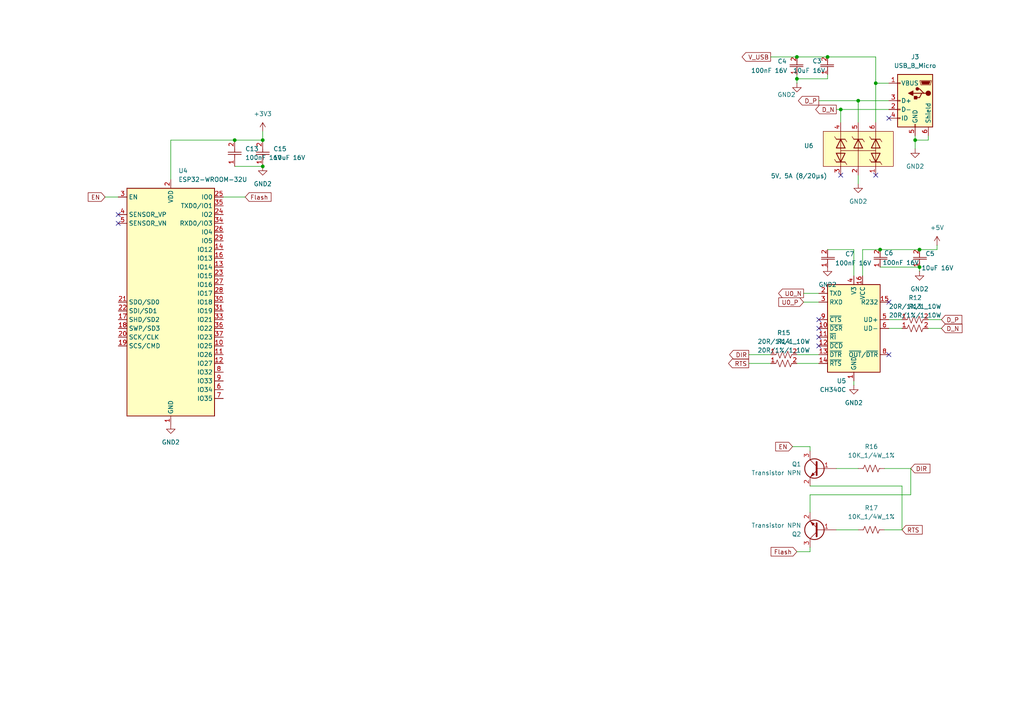
<source format=kicad_sch>
(kicad_sch (version 20231120) (generator "eeschema") (generator_version "8.0")
  (paper "A4")
  (lib_symbols
    (symbol "Ceramic_Cap_SMD_100nF_16V_1"
      (property "Reference" "C" (at -1.524 0.762 0))
      (property "Value" "100nF 16V" (at 0.254 5.334 0))
      (symbol "Ceramic_Cap_SMD_100nF_16V_1_1_1"
        (polyline (pts (xy -1.27 -2.032) (xy -0.3302 -2.032)) (stroke (width 0.2032)))
        (polyline (pts (xy -0.3302 -3.937) (xy -0.3302 -0.127)) (stroke (width 0.2032)))
        (polyline (pts (xy 0.3048 -3.937) (xy 0.3048 -0.127)) (stroke (width 0.2032)))
        (polyline (pts (xy 0.3048 -2.032) (xy 1.27 -2.032)) (stroke (width 0.2032)))
        (pin unspecified line (at -3.81 -2.032 0) (length 2.54) (name "") (number "1"))
        (pin unspecified line (at 3.81 -2.032 180) (length 2.54) (name "") (number "2"))
      )
    )
    (symbol "Ceramic_Cap_SMD_10uF_16V_1"
      (property "Reference" "C" (at -1.524 0.762 0))
      (property "Value" "10uF 16V" (at 0.254 5.334 0))
      (symbol "Ceramic_Cap_SMD_10uF_16V_1_1_1"
        (polyline (pts (xy -1.27 -2.032) (xy -0.3302 -2.032)) (stroke (width 0.2032)))
        (polyline (pts (xy -0.3302 -3.937) (xy -0.3302 -0.127)) (stroke (width 0.2032)))
        (polyline (pts (xy 0.3048 -3.937) (xy 0.3048 -0.127)) (stroke (width 0.2032)))
        (polyline (pts (xy 0.3048 -2.032) (xy 1.27 -2.032)) (stroke (width 0.2032)))
        (pin unspecified line (at -3.81 -2.032 0) (length 2.54) (name "") (number "1"))
        (pin unspecified line (at 3.81 -2.032 180) (length 2.54) (name "") (number "2"))
      )
    )
    (symbol "charge_battery_sym_lib:CH340C"
      (property "Reference" "U" (at -5.08 13.97 0))
      (property "Value" "CH340C" (at 1.27 13.97 0))
      (symbol "CH340C_0_1"
        (rectangle (start -7.62 12.7) (end 7.62 -12.7) (stroke (width 0.254)) (fill (type background)))
      )
      (symbol "CH340C_1_1"
        (pin power_in line (at 0 -15.24 90) (length 2.54) (name "GND") (number "1"))
        (pin input line (at 10.16 0 180) (length 2.54) (name "~{DSR}") (number "10"))
        (pin input line (at 10.16 -2.54 180) (length 2.54) (name "~{RI}") (number "11"))
        (pin input line (at 10.16 -5.08 180) (length 2.54) (name "~{DCD}") (number "12"))
        (pin output line (at 10.16 -7.62 180) (length 2.54) (name "~{DTR}") (number "13"))
        (pin output line (at 10.16 -10.16 180) (length 2.54) (name "~{RTS}") (number "14"))
        (pin input line (at -10.16 7.62 0) (length 2.54) (name "R232") (number "15"))
        (pin power_in line (at -2.54 15.24 270) (length 2.54) (name "VCC") (number "16"))
        (pin output line (at 10.16 10.16 180) (length 2.54) (name "TXD") (number "2"))
        (pin input line (at 10.16 7.62 180) (length 2.54) (name "RXD") (number "3"))
        (pin power_out line (at 0 15.24 270) (length 2.54) (name "V3") (number "4"))
        (pin bidirectional line (at -10.16 2.54 0) (length 2.54) (name "UD+") (number "5"))
        (pin bidirectional line (at -10.16 0 0) (length 2.54) (name "UD-") (number "6"))
        (pin no_connect line (at -7.62 -5.08 0) (length 2.54) hide (name "NC") (number "7"))
        (pin output line (at -10.16 -7.62 0) (length 2.54) (name "~{OUT}/~{DTR}") (number "8"))
        (pin input line (at 10.16 2.54 180) (length 2.54) (name "~{CTS}") (number "9"))
      )
    )
    (symbol "charge_battery_sym_lib:Ceramic_Cap_SMD_100nF_16V"
      (property "Reference" "C4" (at 1.2701 -5.08 90))
      (property "Value" "100nF 16V" (at -1.2699 -5.08 90))
      (symbol "Ceramic_Cap_SMD_100nF_16V_1_1"
        (polyline (pts (xy -1.27 0) (xy -0.3302 0)) (stroke (width 0.2032)))
        (polyline (pts (xy -0.254 -2.032) (xy -0.254 1.778)) (stroke (width 0.2032)))
        (polyline (pts (xy 0.254 -2.032) (xy 0.254 1.778)) (stroke (width 0.2032)))
        (polyline (pts (xy 0.254 0) (xy 1.2192 0)) (stroke (width 0.2032)))
        (pin unspecified line (at -2.54 0 0) (length 1.27) (name "") (number "1"))
        (pin unspecified line (at 2.54 0 180) (length 1.27) (name "") (number "2"))
      )
    )
    (symbol "charge_battery_sym_lib:Ceramic_Cap_SMD_10uF_16V"
      (property "Reference" "C3" (at 1.2701 -5.08 90))
      (property "Value" "10uF 16V" (at -1.2699 -5.08 90))
      (symbol "Ceramic_Cap_SMD_10uF_16V_1_1"
        (polyline (pts (xy -1.27 0) (xy -0.3302 0)) (stroke (width 0.2032)))
        (polyline (pts (xy -0.254 -2.032) (xy -0.254 1.778)) (stroke (width 0.2032)))
        (polyline (pts (xy 0.254 -2.032) (xy 0.254 1.778)) (stroke (width 0.2032)))
        (polyline (pts (xy 0.254 0) (xy 1.2192 0)) (stroke (width 0.2032)))
        (pin unspecified line (at -2.54 0 0) (length 1.27) (name "") (number "1"))
        (pin unspecified line (at 2.54 0 180) (length 1.27) (name "") (number "2"))
      )
    )
    (symbol "charge_battery_sym_lib:ESP32-WROOM-32U"
      (property "Reference" "U" (at -12.7 34.29 0))
      (property "Value" "ESP32-WROOM-32U" (at 1.27 34.29 0))
      (symbol "ESP32-WROOM-32U_0_1"
        (rectangle (start -12.7 33.02) (end 12.7 -33.02) (stroke (width 0.254)) (fill (type background)))
      )
      (symbol "ESP32-WROOM-32U_1_1"
        (pin power_in line (at 0 -35.56 90) (length 2.54) (name "GND") (number "1"))
        (pin bidirectional line (at 15.24 -12.7 180) (length 2.54) (name "IO25") (number "10"))
        (pin bidirectional line (at 15.24 -15.24 180) (length 2.54) (name "IO26") (number "11"))
        (pin bidirectional line (at 15.24 -17.78 180) (length 2.54) (name "IO27") (number "12"))
        (pin bidirectional line (at 15.24 10.16 180) (length 2.54) (name "IO14") (number "13"))
        (pin bidirectional line (at 15.24 15.24 180) (length 2.54) (name "IO12") (number "14"))
        (pin passive line (at 0 -35.56 90) (length 2.54) hide (name "GND") (number "15"))
        (pin bidirectional line (at 15.24 12.7 180) (length 2.54) (name "IO13") (number "16"))
        (pin bidirectional line (at -15.24 -5.08 0) (length 2.54) (name "SHD/SD2") (number "17"))
        (pin bidirectional line (at -15.24 -7.62 0) (length 2.54) (name "SWP/SD3") (number "18"))
        (pin bidirectional line (at -15.24 -12.7 0) (length 2.54) (name "SCS/CMD") (number "19"))
        (pin power_in line (at 0 35.56 270) (length 2.54) (name "VDD") (number "2"))
        (pin bidirectional line (at -15.24 -10.16 0) (length 2.54) (name "SCK/CLK") (number "20"))
        (pin bidirectional line (at -15.24 0 0) (length 2.54) (name "SDO/SD0") (number "21"))
        (pin bidirectional line (at -15.24 -2.54 0) (length 2.54) (name "SDI/SD1") (number "22"))
        (pin bidirectional line (at 15.24 7.62 180) (length 2.54) (name "IO15") (number "23"))
        (pin bidirectional line (at 15.24 25.4 180) (length 2.54) (name "IO2") (number "24"))
        (pin bidirectional line (at 15.24 30.48 180) (length 2.54) (name "IO0") (number "25"))
        (pin bidirectional line (at 15.24 20.32 180) (length 2.54) (name "IO4") (number "26"))
        (pin bidirectional line (at 15.24 5.08 180) (length 2.54) (name "IO16") (number "27"))
        (pin bidirectional line (at 15.24 2.54 180) (length 2.54) (name "IO17") (number "28"))
        (pin bidirectional line (at 15.24 17.78 180) (length 2.54) (name "IO5") (number "29"))
        (pin input line (at -15.24 30.48 0) (length 2.54) (name "EN") (number "3"))
        (pin bidirectional line (at 15.24 0 180) (length 2.54) (name "IO18") (number "30"))
        (pin bidirectional line (at 15.24 -2.54 180) (length 2.54) (name "IO19") (number "31"))
        (pin no_connect line (at -12.7 -27.94 0) (length 2.54) hide (name "NC") (number "32"))
        (pin bidirectional line (at 15.24 -5.08 180) (length 2.54) (name "IO21") (number "33"))
        (pin bidirectional line (at 15.24 22.86 180) (length 2.54) (name "RXD0/IO3") (number "34"))
        (pin bidirectional line (at 15.24 27.94 180) (length 2.54) (name "TXD0/IO1") (number "35"))
        (pin bidirectional line (at 15.24 -7.62 180) (length 2.54) (name "IO22") (number "36"))
        (pin bidirectional line (at 15.24 -10.16 180) (length 2.54) (name "IO23") (number "37"))
        (pin passive line (at 0 -35.56 90) (length 2.54) hide (name "GND") (number "38"))
        (pin passive line (at 0 -35.56 90) (length 2.54) hide (name "GND") (number "39"))
        (pin input line (at -15.24 25.4 0) (length 2.54) (name "SENSOR_VP") (number "4"))
        (pin input line (at -15.24 22.86 0) (length 2.54) (name "SENSOR_VN") (number "5"))
        (pin input line (at 15.24 -25.4 180) (length 2.54) (name "IO34") (number "6"))
        (pin input line (at 15.24 -27.94 180) (length 2.54) (name "IO35") (number "7"))
        (pin bidirectional line (at 15.24 -20.32 180) (length 2.54) (name "IO32") (number "8"))
        (pin bidirectional line (at 15.24 -22.86 180) (length 2.54) (name "IO33") (number "9"))
      )
    )
    (symbol "charge_battery_sym_lib:Res_20R_0603_1%"
      (property "Reference" "R" (at -0.508 2.286 0))
      (property "Value" "20R/1%/1_10W" (at 0 -3.81 0))
      (symbol "Res_20R_0603_1%_0_1"
        (polyline (pts (xy -2.286 -1.27) (xy -2.54 -1.27)))
        (polyline (pts (xy 2.286 -1.27) (xy 2.54 -1.27)))
        (polyline (pts (xy -2.286 -1.27) (xy -1.905 -0.254) (xy -1.524 -1.27) (xy -1.143 -2.286) (xy -0.762 -1.27)))
        (polyline (pts (xy -0.762 -1.27) (xy -0.381 -0.254) (xy 0 -1.27) (xy 0.381 -2.286) (xy 0.762 -1.27)))
        (polyline (pts (xy 0.762 -1.27) (xy 1.143 -0.254) (xy 1.524 -1.27) (xy 1.905 -2.286) (xy 2.286 -1.27)))
      )
      (symbol "Res_20R_0603_1%_1_1"
        (pin passive line (at -3.81 -1.27 0) (length 1.27) (name "~") (number "1"))
        (pin passive line (at 3.81 -1.27 180) (length 1.27) (name "~") (number "2"))
      )
    )
    (symbol "charge_battery_sym_lib:Res_hole_10K_1/4W_1%" (pin_numbers hide) (pin_names (offset 0))
      (property "Reference" "R" (at 1.016 1.016 0))
      (property "Value" "10K_1/4W_1%" (at 1.27 -3.81 0))
      (symbol "Res_hole_10K_1/4W_1%_0_1"
        (polyline (pts (xy -1.016 -1.27) (xy -1.27 -1.27)))
        (polyline (pts (xy 3.556 -1.27) (xy 3.81 -1.27)))
        (polyline (pts (xy -1.016 -1.27) (xy -0.635 -0.254) (xy -0.254 -1.27) (xy 0.127 -2.286) (xy 0.508 -1.27)))
        (polyline (pts (xy 0.508 -1.27) (xy 0.889 -0.254) (xy 1.27 -1.27) (xy 1.651 -2.286) (xy 2.032 -1.27)))
        (polyline (pts (xy 2.032 -1.27) (xy 2.413 -0.254) (xy 2.794 -1.27) (xy 3.175 -2.286) (xy 3.556 -1.27)))
      )
      (symbol "Res_hole_10K_1/4W_1%_1_1"
        (pin passive line (at -2.54 -1.27 0) (length 1.27) (name "~") (number "1"))
        (pin passive line (at 5.08 -1.27 180) (length 1.27) (name "~") (number "2"))
      )
    )
    (symbol "charge_battery_sym_lib:SMF05C"
      (property "Reference" "U6" (at 20.574 5.9691 0))
      (property "Value" "  5V, 5A (8/20µs)" (at 20.32 -6.4769 0))
      (symbol "SMF05C_0_0"
        (polyline (pts (xy 2.54 1.27) (xy 2.54 3.81)))
        (polyline (pts (xy 2.54 7.874) (xy 2.54 5.334)))
        (polyline (pts (xy 7.62 7.874) (xy 7.62 5.334)))
        (polyline (pts (xy 12.7 1.27) (xy 12.7 3.81)))
      )
      (symbol "SMF05C_0_1"
        (polyline (pts (xy 1.27 1.27) (xy 0.762 0.508)))
        (polyline (pts (xy 1.27 7.874) (xy 0.762 7.112)))
        (polyline (pts (xy 2.54 1.524) (xy 2.54 0)))
        (polyline (pts (xy 2.54 4.572) (xy 12.7 4.572)))
        (polyline (pts (xy 2.54 7.874) (xy 2.54 10.16)))
        (polyline (pts (xy 3.81 1.27) (xy 4.318 2.032)))
        (polyline (pts (xy 3.81 7.874) (xy 4.318 8.636)))
        (polyline (pts (xy 6.35 7.874) (xy 5.842 7.112)))
        (polyline (pts (xy 7.62 4.572) (xy 7.62 0)))
        (polyline (pts (xy 7.62 5.588) (xy 7.62 4.572)))
        (polyline (pts (xy 7.62 7.874) (xy 7.62 10.16)))
        (polyline (pts (xy 8.89 7.874) (xy 9.398 8.636)))
        (polyline (pts (xy 11.43 1.27) (xy 10.922 0.508)))
        (polyline (pts (xy 11.43 7.874) (xy 10.922 7.112)))
        (polyline (pts (xy 12.7 1.524) (xy 12.7 -0.254)))
        (polyline (pts (xy 12.7 10.16) (xy 12.7 3.302)))
        (polyline (pts (xy 13.97 1.27) (xy 14.478 2.032)))
        (polyline (pts (xy 13.97 7.874) (xy 14.478 8.636)))
        (polyline (pts (xy 2.54 5.334) (xy 2.54 3.302) (xy 2.54 3.81)))
        (polyline (pts (xy 1.27 5.334) (xy 2.54 7.874) (xy 3.81 5.334) (xy 1.27 5.334) (xy 1.27 5.334) (xy 1.27 5.334)) (stroke (width 0.254)))
        (polyline (pts (xy 3.81 3.81) (xy 2.54 1.27) (xy 1.27 3.81) (xy 3.81 3.81) (xy 3.81 3.81) (xy 3.81 3.81)) (stroke (width 0.254)))
        (polyline (pts (xy 6.35 5.334) (xy 7.62 7.874) (xy 8.89 5.334) (xy 6.35 5.334) (xy 6.35 5.334) (xy 6.35 5.334)) (stroke (width 0.254)))
        (polyline (pts (xy 11.43 5.334) (xy 12.7 7.874) (xy 13.97 5.334) (xy 11.43 5.334) (xy 11.43 5.334) (xy 11.43 5.334)) (stroke (width 0.254)))
        (polyline (pts (xy 13.97 3.81) (xy 12.7 1.27) (xy 11.43 3.81) (xy 13.97 3.81) (xy 13.97 3.81) (xy 13.97 3.81)) (stroke (width 0.254)))
      )
      (symbol "SMF05C_1_0"
        (polyline (pts (xy 1.27 7.874) (xy 3.81 7.874)) (stroke (width 0.254)))
        (polyline (pts (xy 3.81 1.27) (xy 1.27 1.27)) (stroke (width 0.254)))
        (polyline (pts (xy 6.35 7.874) (xy 8.89 7.874)) (stroke (width 0.254)))
        (polyline (pts (xy 11.43 7.874) (xy 13.97 7.874)) (stroke (width 0.254)))
        (polyline (pts (xy 13.97 1.27) (xy 11.43 1.27)) (stroke (width 0.254)))
      )
      (symbol "SMF05C_1_1"
        (rectangle (start -2.54 10.16) (end 17.78 0) (fill (type background)))
        (pin passive line (at 2.54 -2.54 90) (length 2.54) (name "") (number "1"))
        (pin passive line (at 7.62 -2.54 90) (length 2.54) (name "") (number "2"))
        (pin passive line (at 12.7 -2.54 90) (length 2.54) (name "") (number "3"))
        (pin passive line (at 12.7 12.7 270) (length 2.54) (name "") (number "4"))
        (pin passive line (at 7.62 12.7 270) (length 2.54) (name "") (number "5"))
        (pin passive line (at 2.54 12.7 270) (length 2.54) (name "") (number "6"))
      )
    )
    (symbol "charge_battery_sym_lib:Transistor_NPN_MMBT2222A" (pin_names (offset 0) hide)
      (property "Reference" "Q" (at 5.08 1.905 0))
      (property "Value" "Transistor NPN" (at 5.08 0 0))
      (symbol "Transistor_NPN_MMBT2222A_0_1"
        (polyline (pts (xy 0.635 0.635) (xy 2.54 2.54)))
        (polyline (pts (xy 0.635 -0.635) (xy 2.54 -2.54) (xy 2.54 -2.54)))
        (polyline (pts (xy 0.635 1.905) (xy 0.635 -1.905) (xy 0.635 -1.905)) (stroke (width 0.508)))
        (polyline (pts (xy 1.27 -1.778) (xy 1.778 -1.27) (xy 2.286 -2.286) (xy 1.27 -1.778) (xy 1.27 -1.778)) (fill (type outline)))
        (circle (center 1.27 0) (radius 2.8194) (stroke (width 0.254)))
      )
      (symbol "Transistor_NPN_MMBT2222A_1_1"
        (pin input line (at -5.08 0 0) (length 5.715) (name "B") (number "1"))
        (pin passive line (at 2.54 -5.08 90) (length 2.54) (name "E") (number "2"))
        (pin passive line (at 2.54 5.08 270) (length 2.54) (name "C") (number "3"))
      )
    )
    (symbol "charge_battery_sym_lib:USB_B_Micro" (pin_names (offset 1.016))
      (property "Reference" "J" (at -5.08 11.43 0))
      (property "Value" "USB_B_Micro" (at -5.08 8.89 0))
      (symbol "USB_B_Micro_0_1"
        (rectangle (start -5.08 7.62) (end 5.08 -7.62) (stroke (width 0.254)) (fill (type background)))
        (circle (center -3.81 2.159) (radius 0.635) (stroke (width 0.254)) (fill (type outline)))
        (circle (center -0.635 3.429) (radius 0.381) (stroke (width 0.254)) (fill (type outline)))
        (rectangle (start -0.127 -7.62) (end 0.127 -6.858))
        (polyline (pts (xy -1.905 2.159) (xy 0.635 2.159)) (stroke (width 0.254)))
        (polyline (pts (xy -3.175 2.159) (xy -2.54 2.159) (xy -1.27 3.429) (xy -0.635 3.429)) (stroke (width 0.254)))
        (polyline (pts (xy -2.54 2.159) (xy -1.905 2.159) (xy -1.27 0.889) (xy 0 0.889)) (stroke (width 0.254)))
        (polyline (pts (xy 0.635 2.794) (xy 0.635 1.524) (xy 1.905 2.159) (xy 0.635 2.794)) (stroke (width 0.254)) (fill (type outline)))
        (polyline (pts (xy -4.318 5.588) (xy -1.778 5.588) (xy -2.032 4.826) (xy -4.064 4.826) (xy -4.318 5.588)) (fill (type outline)))
        (polyline (pts (xy -4.699 5.842) (xy -4.699 5.588) (xy -4.445 4.826) (xy -4.445 4.572) (xy -1.651 4.572) (xy -1.651 4.826) (xy -1.397 5.588) (xy -1.397 5.842) (xy -4.699 5.842)))
        (rectangle (start 0.254 1.27) (end -0.508 0.508) (stroke (width 0.254)) (fill (type outline)))
        (rectangle (start 5.08 -5.207) (end 4.318 -4.953))
        (rectangle (start 5.08 -2.667) (end 4.318 -2.413))
        (rectangle (start 5.08 -0.127) (end 4.318 0.127))
        (rectangle (start 5.08 4.953) (end 4.318 5.207))
      )
      (symbol "USB_B_Micro_1_1"
        (pin power_out line (at 7.62 5.08 180) (length 2.54) (name "VBUS") (number "1"))
        (pin bidirectional line (at 7.62 -2.54 180) (length 2.54) (name "D-") (number "2"))
        (pin bidirectional line (at 7.62 0 180) (length 2.54) (name "D+") (number "3"))
        (pin passive line (at 7.62 -5.08 180) (length 2.54) (name "ID") (number "4"))
        (pin power_out line (at 0 -10.16 90) (length 2.54) (name "GND") (number "5"))
        (pin output line (at -3.81 -10.16 90) (length 2.54) (name "Shield") (number "6"))
      )
    )
    (symbol "power:+3V3" (power) (pin_numbers hide) (pin_names (offset 0) hide)
      (property "Value" "+3V3" (at 0 3.556 0))
      (symbol "+3V3_0_1"
        (polyline (pts (xy -0.762 1.27) (xy 0 2.54)))
        (polyline (pts (xy 0 0) (xy 0 2.54)))
        (polyline (pts (xy 0 2.54) (xy 0.762 1.27)))
      )
      (symbol "+3V3_1_1"
        (pin power_in line (at 0 0 90) (length 0) (name "~") (number "1"))
      )
    )
    (symbol "power:+5V" (power) (pin_numbers hide) (pin_names (offset 0) hide)
      (property "Value" "+5V" (at 0 3.556 0))
      (symbol "+5V_0_1"
        (polyline (pts (xy -0.762 1.27) (xy 0 2.54)))
        (polyline (pts (xy 0 0) (xy 0 2.54)))
        (polyline (pts (xy 0 2.54) (xy 0.762 1.27)))
      )
      (symbol "+5V_1_1"
        (pin power_in line (at 0 0 90) (length 0) (name "~") (number "1"))
      )
    )
    (symbol "power:GND2" (power) (pin_numbers hide) (pin_names (offset 0) hide)
      (property "Value" "GND2" (at 0 -3.81 0))
      (symbol "GND2_0_1"
        (polyline (pts (xy 0 0) (xy 0 -1.27) (xy 1.27 -1.27) (xy 0 -2.54) (xy -1.27 -1.27) (xy 0 -1.27)))
      )
      (symbol "GND2_1_1"
        (pin power_in line (at 0 0 270) (length 0) (name "~") (number "1"))
      )
    )
  )
  (junction (at 231.14 16.51))
  (junction (at 248.92 29.21))
  (junction (at 243.84 31.75))
  (junction (at 254 24.13))
  (junction (at 76.2 48.26))
  (junction (at 76.2 40.64))
  (junction (at 265.43 40.64))
  (junction (at 240.03 16.51))
  (junction (at 68.072 40.64))
  (junction (at 266.7 72.39))
  (junction (at 255.27 72.39))
  (junction (at 266.7 77.47))
  (junction (at 231.14 22.86))
  (no_connect (at 34.29 64.77))
  (no_connect (at 257.81 34.29))
  (no_connect (at 254 50.8))
  (no_connect (at 237.49 95.25))
  (no_connect (at 237.49 97.79))
  (no_connect (at 243.84 50.8))
  (no_connect (at 237.49 100.33))
  (no_connect (at 34.29 62.23))
  (no_connect (at 257.81 102.87))
  (no_connect (at 257.81 87.63))
  (no_connect (at 237.49 92.71))
  (wire (pts (xy 257.81 92.71) (xy 261.62 92.71)))
  (wire (pts (xy 30.48 57.15) (xy 34.29 57.15)))
  (wire (pts (xy 271.78 71.12) (xy 271.78 72.39)))
  (wire (pts (xy 242.57 31.75) (xy 243.84 31.75)))
  (wire (pts (xy 255.27 77.47) (xy 266.7 77.47)))
  (wire (pts (xy 248.92 153.67) (xy 242.57 153.67)))
  (wire (pts (xy 243.84 31.75) (xy 243.84 35.56)))
  (wire (pts (xy 231.14 16.51) (xy 223.52 16.51)))
  (wire (pts (xy 217.17 105.41) (xy 223.52 105.41)))
  (wire (pts (xy 271.78 72.39) (xy 266.7 72.39)))
  (wire (pts (xy 240.03 21.59) (xy 240.03 22.86)))
  (wire (pts (xy 250.19 80.01) (xy 250.19 72.39)))
  (wire (pts (xy 254 24.13) (xy 257.81 24.13)))
  (wire (pts (xy 261.62 140.97) (xy 261.62 153.67)))
  (wire (pts (xy 257.81 95.25) (xy 261.62 95.25)))
  (wire (pts (xy 68.072 48.26) (xy 76.2 48.26)))
  (wire (pts (xy 231.14 160.02) (xy 234.95 160.02)))
  (wire (pts (xy 250.19 72.39) (xy 255.27 72.39)))
  (wire (pts (xy 248.92 29.21) (xy 257.81 29.21)))
  (wire (pts (xy 248.92 135.89) (xy 242.57 135.89)))
  (wire (pts (xy 254 16.51) (xy 240.03 16.51)))
  (wire (pts (xy 254 16.51) (xy 254 24.13)))
  (wire (pts (xy 247.65 72.39) (xy 240.03 72.39)))
  (wire (pts (xy 273.05 95.25) (xy 269.24 95.25)))
  (wire (pts (xy 273.05 92.71) (xy 269.24 92.71)))
  (wire (pts (xy 233.0704 85.09) (xy 237.49 85.09)))
  (wire (pts (xy 265.43 40.64) (xy 265.43 39.37)))
  (wire (pts (xy 264.16 135.89) (xy 256.54 135.89)))
  (wire (pts (xy 264.16 143.51) (xy 264.16 135.89)))
  (wire (pts (xy 234.95 140.97) (xy 261.62 140.97)))
  (wire (pts (xy 234.95 160.02) (xy 234.95 158.75)))
  (wire (pts (xy 234.95 129.54) (xy 234.95 130.81)))
  (wire (pts (xy 49.53 40.64) (xy 68.072 40.64)))
  (wire (pts (xy 234.95 143.51) (xy 234.95 148.59)))
  (wire (pts (xy 71.12 57.15) (xy 64.77 57.15)))
  (wire (pts (xy 248.92 53.34) (xy 248.92 50.8)))
  (wire (pts (xy 233.0704 87.63) (xy 237.49 87.63)))
  (wire (pts (xy 217.17 102.87) (xy 223.52 102.87)))
  (wire (pts (xy 254 24.13) (xy 254 35.56)))
  (wire (pts (xy 240.03 22.86) (xy 231.14 22.86)))
  (wire (pts (xy 248.92 29.21) (xy 248.92 35.56)))
  (wire (pts (xy 49.53 40.64) (xy 49.53 52.07)))
  (wire (pts (xy 247.65 110.49) (xy 247.65 111.76)))
  (wire (pts (xy 68.072 40.64) (xy 76.2 40.64)))
  (wire (pts (xy 229.87 129.54) (xy 234.95 129.54)))
  (wire (pts (xy 261.62 153.67) (xy 256.54 153.67)))
  (wire (pts (xy 237.49 29.21) (xy 248.92 29.21)))
  (wire (pts (xy 266.7 78.74) (xy 266.7 77.47)))
  (wire (pts (xy 231.14 105.41) (xy 237.49 105.41)))
  (wire (pts (xy 231.14 102.87) (xy 237.49 102.87)))
  (wire (pts (xy 269.24 40.64) (xy 265.43 40.64)))
  (wire (pts (xy 269.24 39.37) (xy 269.24 40.64)))
  (wire (pts (xy 231.14 24.13) (xy 231.14 22.86)))
  (wire (pts (xy 247.65 80.01) (xy 247.65 72.39)))
  (wire (pts (xy 76.2 40.64) (xy 76.2 38.1)))
  (wire (pts (xy 240.03 16.51) (xy 231.14 16.51)))
  (wire (pts (xy 255.27 72.39) (xy 266.7 72.39)))
  (wire (pts (xy 243.84 31.75) (xy 257.81 31.75)))
  (wire (pts (xy 234.95 143.51) (xy 264.16 143.51)))
  (wire (pts (xy 231.14 22.86) (xy 231.14 21.59)))
  (wire (pts (xy 265.43 43.18) (xy 265.43 40.64)))
  (global_label "D_P" (shape input) (at 273.05 92.71 0) (property "Intersheetrefs" "${INTERSHEET_REFS}" (effects (hide yes))))
  (global_label "Flash" (shape input) (at 231.14 160.02 180) (property "Intersheetrefs" "${INTERSHEET_REFS}" (effects (hide yes))))
  (global_label "U0_P" (shape input) (at 233.0704 87.63 180) (property "Intersheetrefs" "${INTERSHEET_REFS}" (effects (hide yes))))
  (global_label "EN" (shape input) (at 30.48 57.15 180) (property "Intersheetrefs" "${INTERSHEET_REFS}" (effects (hide yes))))
  (global_label "DIR" (shape output) (at 217.17 102.87 180) (property "Intersheetrefs" "${INTERSHEET_REFS}" (effects (hide yes))))
  (global_label "V_USB" (shape output) (at 223.52 16.51 180) (property "Intersheetrefs" "${INTERSHEET_REFS}" (effects (hide yes))))
  (global_label "U0_N" (shape output) (at 233.0704 85.09 180) (property "Intersheetrefs" "${INTERSHEET_REFS}" (effects (hide yes))))
  (global_label "D_N" (shape output) (at 242.57 31.75 180) (property "Intersheetrefs" "${INTERSHEET_REFS}" (effects (hide yes))))
  (global_label "D_N" (shape input) (at 273.05 95.25 0) (property "Intersheetrefs" "${INTERSHEET_REFS}" (effects (hide yes))))
  (global_label "D_P" (shape output) (at 237.49 29.21 180) (property "Intersheetrefs" "${INTERSHEET_REFS}" (effects (hide yes))))
  (global_label "RTS" (shape output) (at 217.17 105.41 180) (property "Intersheetrefs" "${INTERSHEET_REFS}" (effects (hide yes))))
  (global_label "EN" (shape input) (at 229.87 129.54 180) (property "Intersheetrefs" "${INTERSHEET_REFS}" (effects (hide yes))))
  (global_label "DIR" (shape input) (at 264.16 135.89 0) (property "Intersheetrefs" "${INTERSHEET_REFS}" (effects (hide yes))))
  (global_label "RTS" (shape input) (at 261.62 153.67 0) (property "Intersheetrefs" "${INTERSHEET_REFS}" (effects (hide yes))))
  (global_label "Flash" (shape input) (at 71.12 57.15 0) (property "Intersheetrefs" "${INTERSHEET_REFS}" (effects (hide yes))))
  (symbol (lib_id "power:+3V3") (at 76.2 38.1 0) (unit 1)
    (property "Reference" "#PWR014" (effects (hide yes)))
    (property "Value" "+3V3" (at 76.2 33.02 0))
    (property "Description" "Power symbol creates a global label with name \"+3V3\"" (effects (hide yes)))
  )
  (symbol (lib_id "charge_battery_sym_lib:Res_20R_0603_1%") (at 265.43 93.98 0) (unit 1)
    (property "Reference" "R13" (at 265.43 88.9 0))
    (property "Value" "20R/1%/1_10W" (at 265.43 91.44 0))
    (property "Footprint" "charge_battery_footprint_lib:Res_20R_0603" (effects (hide yes)))
    (property "Datasheet" "https://fscdn.rohm.com/en/products/databook/datasheet/passive/resistor/chip_resistor/esr-e.pdf" (effects (hide yes)))
    (property "Description" "Res 20 Ohm 0603 1%" (effects (hide yes)))
    (property "Supply name" "Thegioiic" (effects (hide yes)))
    (property "Supply part number" "Điện Trở 20 Ohm 0603 1%" (effects (hide yes)))
    (property "Supply URL" "https://www.thegioiic.com/dien-tro-20-ohm-0603-1-" (effects (hide yes)))
  )
  (symbol (lib_id "power:GND2") (at 49.53 123.19 0) (unit 1)
    (property "Reference" "#PWR016" (effects (hide yes)))
    (property "Value" "GND2" (at 49.53 128.27 0))
    (property "Description" "Power symbol creates a global label with name \"GND2\" , ground" (effects (hide yes)))
  )
  (symbol (lib_id "power:GND2") (at 76.2 48.26 0) (unit 1)
    (property "Reference" "#PWR015" (effects (hide yes)))
    (property "Value" "GND2" (at 76.2 53.34 0))
    (property "Description" "Power symbol creates a global label with name \"GND2\" , ground" (effects (hide yes)))
  )
  (symbol (lib_name "Ceramic_Cap_SMD_100nF_16V_1") (lib_id "charge_battery_sym_lib:Ceramic_Cap_SMD_100nF_16V") (at 66.04 44.45 90) (unit 1)
    (property "Reference" "C13" (at 71.12 43.1799 90) (effects (justify right)))
    (property "Value" "100nF 16V" (at 71.12 45.7199 90) (effects (justify right)))
    (property "Footprint" "charge_battery_footprint_lib:C_0603_1608Metric" (effects (hide yes)))
    (property "Datasheet" "https://www.mouser.vn/datasheet/2/40/KYOCERA_AutoMLCCKAM-3106308.pdf" (effects (hide yes)))
    (property "Description" "10%, 0603 (1608 Metric)" (effects (hide yes)))
    (property "Supply name" "Thegioiic" (effects (hide yes)))
    (property "Supply part number" "Tụ Gốm 0603 100nF (0.1uF) 16V" (effects (hide yes)))
    (property "Supply URL" "https://www.thegioiic.com/tu-gom-0603-100nf-0-1uf-16v" (effects (hide yes)))
  )
  (symbol (lib_id "power:GND2") (at 266.7 78.74 0) (unit 1)
    (property "Reference" "#PWR012" (effects (hide yes)))
    (property "Value" "GND2" (at 266.7 83.82 0))
    (property "Description" "Power symbol creates a global label with name \"GND2\" , ground" (effects (hide yes)))
  )
  (symbol (lib_name "Ceramic_Cap_SMD_10uF_16V_1") (lib_id "charge_battery_sym_lib:Ceramic_Cap_SMD_10uF_16V") (at 74.168 44.45 90) (unit 1)
    (property "Reference" "C15" (at 79.248 43.1799 90) (effects (justify right)))
    (property "Value" "10uF 16V" (at 79.248 45.7199 90) (effects (justify right)))
    (property "Footprint" "charge_battery_footprint_lib:Ceramic_Cap_10uF_16V" (effects (hide yes)))
    (property "Datasheet" "https://www.mouser.vn/datasheet/2/40/KYOCERA_AutoMLCCKAM-3106308.pdf" (effects (hide yes)))
    (property "Description" "10%, 0603 (1608 Metric)" (effects (hide yes)))
    (property "Supply name" "Thegioiic" (effects (hide yes)))
    (property "Supply part number" "Tụ Gốm 0603 10uF 16V" (effects (hide yes)))
    (property "Supply URL" "https://www.thegioiic.com/tu-gom-0603-10uf-16v" (effects (hide yes)))
  )
  (symbol (lib_id "charge_battery_sym_lib:Ceramic_Cap_SMD_10uF_16V") (at 240.03 19.05 270) (mirror x) (unit 1)
    (property "Reference" "C3" (at 238.3282 17.7038 90) (effects (justify right)))
    (property "Value" "10uF 16V" (at 239.3696 20.4724 90) (effects (justify right)))
    (property "Footprint" "charge_battery_footprint_lib:Ceramic_Cap_10uF_16V" (effects (hide yes)))
    (property "Datasheet" "https://www.mouser.vn/datasheet/2/40/KYOCERA_AutoMLCCKAM-3106308.pdf" (effects (hide yes)))
    (property "Description" "10%, 0603 (1608 Metric)" (effects (hide yes)))
    (property "Supply name" "Thegioiic" (effects (hide yes)))
    (property "Supply part number" "Tụ Gốm 0603 10uF 16V" (effects (hide yes)))
    (property "Supply URL" "https://www.thegioiic.com/tu-gom-0603-10uf-16v" (effects (hide yes)))
  )
  (symbol (lib_id "charge_battery_sym_lib:ESP32-WROOM-32U") (at 49.53 87.63 0) (unit 1)
    (property "Reference" "U4" (at 51.7241 49.53 0) (effects (justify left)))
    (property "Value" "ESP32-WROOM-32U" (at 51.7241 52.07 0) (effects (justify left)))
    (property "Footprint" "charge_battery_footprint_lib:ESP32-WROOM-32U" (effects (hide yes)))
    (property "Datasheet" "https://www.espressif.com/sites/default/files/documentation/esp32-wroom-32d_esp32-wroom-32u_datasheet_en.pdf" (effects (hide yes)))
    (property "Description" "RF Module, ESP32-D0WD SoC, Wi-Fi 802.11b/g/n, Bluetooth, BLE, 32-bit, 2.7-3.6V, external antenna, SMD" (effects (hide yes)))
    (property "Supply name" "Thegioiic" (effects (hide yes)))
    (property "Supply part number" "ESP32-WROOM-32U Mạch Thu Phát WiFi, 2.7~3.6VDC, 4MB Flash" (effects (hide yes)))
    (property "Supply URL" "https://www.thegioiic.com/esp32-wroom-32u-mach-thu-phat-wifi-2-7-3-6vdc-4mb-flash" (effects (hide yes)))
  )
  (symbol (lib_id "charge_battery_sym_lib:Res_20R_0603_1%") (at 227.33 104.14 0) (unit 1)
    (property "Reference" "R14" (at 227.33 99.06 0))
    (property "Value" "20R/1%/1_10W" (at 227.33 101.6 0))
    (property "Footprint" "charge_battery_footprint_lib:Res_20R_0603" (effects (hide yes)))
    (property "Datasheet" "https://fscdn.rohm.com/en/products/databook/datasheet/passive/resistor/chip_resistor/esr-e.pdf" (effects (hide yes)))
    (property "Description" "Res 20 Ohm 0603 1%" (effects (hide yes)))
    (property "Supply name" "Thegioiic" (effects (hide yes)))
    (property "Supply part number" "Điện Trở 20 Ohm 0603 1%" (effects (hide yes)))
    (property "Supply URL" "https://www.thegioiic.com/dien-tro-20-ohm-0603-1-" (effects (hide yes)))
  )
  (symbol (lib_id "charge_battery_sym_lib:Res_hole_10K_1/4W_1%") (at 251.46 152.4 0) (unit 1)
    (property "Reference" "R17" (at 252.73 147.32 0))
    (property "Value" "10K_1/4W_1%" (at 252.73 149.86 0))
    (property "Footprint" "charge_battery_footprint_lib:Res_10K_1_4W_1%" (effects (hide yes)))
    (property "Description" "Resistor" (effects (hide yes)))
    (property "Supply name " "Thegioiic" (effects (hide yes)))
    (property "Supply part number" "Điện Trở 10 KOhm 1/4W 1% 5 Vòng Màu" (effects (hide yes)))
    (property "Supply URL" "https://www.thegioiic.com/dien-tro-10-kohm-1-4w-1-5-vong-mau" (effects (hide yes)))
  )
  (symbol (lib_id "power:GND2") (at 247.65 111.76 0) (mirror y) (unit 1)
    (property "Reference" "#PWR05" (effects (hide yes)))
    (property "Value" "GND2" (at 247.65 116.84 0))
    (property "Description" "Power symbol creates a global label with name \"GND2\" , ground" (effects (hide yes)))
  )
  (symbol (lib_id "charge_battery_sym_lib:Ceramic_Cap_SMD_10uF_16V") (at 266.7 74.93 90) (unit 1)
    (property "Reference" "C5" (at 268.4018 73.5838 90) (effects (justify right)))
    (property "Value" "10uF 16V" (at 267.2334 77.724 90) (effects (justify right)))
    (property "Footprint" "charge_battery_footprint_lib:Ceramic_Cap_10uF_16V" (effects (hide yes)))
    (property "Datasheet" "https://www.mouser.vn/datasheet/2/40/KYOCERA_AutoMLCCKAM-3106308.pdf" (effects (hide yes)))
    (property "Description" "10%, 0603 (1608 Metric)" (effects (hide yes)))
    (property "Supply name" "Thegioiic" (effects (hide yes)))
    (property "Supply part number" "Tụ Gốm 0603 10uF 16V" (effects (hide yes)))
    (property "Supply URL" "https://www.thegioiic.com/tu-gom-0603-10uf-16v" (effects (hide yes)))
  )
  (symbol (lib_id "charge_battery_sym_lib:Ceramic_Cap_SMD_100nF_16V") (at 231.14 19.05 270) (mirror x) (unit 1)
    (property "Reference" "C4" (at 228.219 17.78 90) (effects (justify right)))
    (property "Value" "100nF 16V" (at 228.3714 20.4724 90) (effects (justify right)))
    (property "Footprint" "charge_battery_footprint_lib:C_0603_1608Metric" (effects (hide yes)))
    (property "Datasheet" "https://www.mouser.vn/datasheet/2/40/KYOCERA_AutoMLCCKAM-3106308.pdf" (effects (hide yes)))
    (property "Description" "10%, 0603 (1608 Metric)" (effects (hide yes)))
    (property "Supply name" "Thegioiic" (effects (hide yes)))
    (property "Supply part number" "Tụ Gốm 0603 100nF (0.1uF) 16V" (effects (hide yes)))
    (property "Supply URL" "https://www.thegioiic.com/tu-gom-0603-100nf-0-1uf-16v" (effects (hide yes)))
  )
  (symbol (lib_id "charge_battery_sym_lib:SMF05C") (at 256.54 48.26 0) (mirror y) (unit 1)
    (property "Reference" "U6" (at 235.966 42.2909 0) (effects (justify left)))
    (property "Value" "  5V, 5A (8/20µs)" (at 239.9284 51.0286 0) (effects (justify left)))
    (property "Footprint" "charge_battery_footprint_lib:SMF05C ESD" (effects (hide yes)))
    (property "Datasheet" "https://www.thegioiic.com/upload/documents/d6b4465a77a236d1b7329f09e725ca32.pdf" (effects (hide yes)))
    (property "Description" "5-Line ESD Protection Diode Array " (effects (hide yes)))
    (property "Supply name" "Thegioiic" (effects (hide yes)))
    (property "Supply part number" "SMF05C ESD Protection Diode Array SOT-363" (effects (hide yes)))
    (property "Supply URL" "https://www.thegioiic.com/smf05c-esd-protection-diode-array-sot-363" (effects (hide yes)))
  )
  (symbol (lib_id "charge_battery_sym_lib:Transistor_NPN_MMBT2222A") (at 237.49 135.89 0) (mirror y) (unit 1)
    (property "Reference" "Q1" (at 232.41 134.6199 0) (effects (justify left)))
    (property "Value" "Transistor NPN" (at 232.41 137.1599 0) (effects (justify left)))
    (property "Footprint" "charge_battery_footprint_lib:MMBT2222A" (effects (hide yes)))
    (property "Datasheet" "https://assets.nexperia.com/documents/data-sheet/MMBT2222A.pdf" (effects (hide yes)))
    (property "Description" "600mA Ic, 40V Vce, NPN Transistor, SOT-23" (effects (hide yes)))
    (property "Supply name" "Thegioiic" (effects (hide yes)))
    (property "Supply part number" "MMBT2222A 1P Transistor NPN 40V 0.6A 3 Chân SOT-23" (effects (hide yes)))
    (property "Supply URL" "https://www.thegioiic.com/mmbt2222a-1p-transistor-npn-40v-0-6a-3-chan-sot-23" (effects (hide yes)))
  )
  (symbol (lib_id "charge_battery_sym_lib:Res_hole_10K_1/4W_1%") (at 251.46 134.62 0) (unit 1)
    (property "Reference" "R16" (at 252.73 129.54 0))
    (property "Value" "10K_1/4W_1%" (at 252.73 132.08 0))
    (property "Footprint" "charge_battery_footprint_lib:Res_10K_1_4W_1%" (effects (hide yes)))
    (property "Description" "Resistor" (effects (hide yes)))
    (property "Supply name " "Thegioiic" (effects (hide yes)))
    (property "Supply part number" "Điện Trở 10 KOhm 1/4W 1% 5 Vòng Màu" (effects (hide yes)))
    (property "Supply URL" "https://www.thegioiic.com/dien-tro-10-kohm-1-4w-1-5-vong-mau" (effects (hide yes)))
  )
  (symbol (lib_id "power:GND2") (at 231.14 24.13 0) (mirror y) (unit 1)
    (property "Reference" "#PWR08" (effects (hide yes)))
    (property "Value" "GND2" (at 228.1174 27.4574 0))
    (property "Description" "Power symbol creates a global label with name \"GND2\" , ground" (effects (hide yes)))
  )
  (symbol (lib_id "charge_battery_sym_lib:Res_20R_0603_1%") (at 265.43 91.44 0) (unit 1)
    (property "Reference" "R12" (at 265.43 86.36 0))
    (property "Value" "20R/1%/1_10W" (at 265.43 88.9 0))
    (property "Footprint" "charge_battery_footprint_lib:Res_20R_0603" (effects (hide yes)))
    (property "Datasheet" "https://fscdn.rohm.com/en/products/databook/datasheet/passive/resistor/chip_resistor/esr-e.pdf" (effects (hide yes)))
    (property "Description" "Res 20 Ohm 0603 1%" (effects (hide yes)))
    (property "Supply name" "Thegioiic" (effects (hide yes)))
    (property "Supply part number" "Điện Trở 20 Ohm 0603 1%" (effects (hide yes)))
    (property "Supply URL" "https://www.thegioiic.com/dien-tro-20-ohm-0603-1-" (effects (hide yes)))
  )
  (symbol (lib_id "charge_battery_sym_lib:Ceramic_Cap_SMD_100nF_16V") (at 240.03 74.93 90) (unit 1)
    (property "Reference" "C7" (at 245.11 73.6599 90) (effects (justify right)))
    (property "Value" "100nF 16V" (at 242.189 76.3016 90) (effects (justify right)))
    (property "Footprint" "charge_battery_footprint_lib:C_0603_1608Metric" (effects (hide yes)))
    (property "Datasheet" "https://www.mouser.vn/datasheet/2/40/KYOCERA_AutoMLCCKAM-3106308.pdf" (effects (hide yes)))
    (property "Description" "10%, 0603 (1608 Metric)" (effects (hide yes)))
    (property "Supply name" "Thegioiic" (effects (hide yes)))
    (property "Supply part number" "Tụ Gốm 0603 100nF (0.1uF) 16V" (effects (hide yes)))
    (property "Supply URL" "https://www.thegioiic.com/tu-gom-0603-100nf-0-1uf-16v" (effects (hide yes)))
  )
  (symbol (lib_id "charge_battery_sym_lib:USB_B_Micro") (at 265.43 29.21 0) (mirror y) (unit 1)
    (property "Reference" "J3" (at 265.43 16.51 0))
    (property "Value" "USB_B_Micro" (at 265.43 19.05 0))
    (property "Footprint" "charge_battery_footprint_lib:USB_Micro-B" (effects (hide yes)))
    (property "Datasheet" "https://components101.com/connectors/micro-usb-pinout-datasheet" (effects (hide yes)))
    (property "Description" "USB Micro Type B connector" (effects (hide yes)))
    (property "Supply name" "Thegioiic" (effects (hide yes)))
    (property "Supply part number" "Cổng USB Micro-B 2.0 Đầu Cái 5 Chân SMD V2" (effects (hide yes)))
    (property "Supply URL" "https://www.thegioiic.com/cong-usb-micro-b-2-0-dau-cai-5-chan-smd-v2" (effects (hide yes)))
  )
  (symbol (lib_id "power:GND2") (at 240.03 77.47 0) (unit 1)
    (property "Reference" "#PWR011" (effects (hide yes)))
    (property "Value" "GND2" (at 240.03 82.55 0))
    (property "Description" "Power symbol creates a global label with name \"GND2\" , ground" (effects (hide yes)))
  )
  (symbol (lib_id "charge_battery_sym_lib:Ceramic_Cap_SMD_100nF_16V") (at 255.27 74.93 90) (unit 1)
    (property "Reference" "C6" (at 256.413 73.3806 90) (effects (justify right)))
    (property "Value" "100nF 16V" (at 255.9558 76.2 90) (effects (justify right)))
    (property "Footprint" "charge_battery_footprint_lib:C_0603_1608Metric" (effects (hide yes)))
    (property "Datasheet" "https://www.mouser.vn/datasheet/2/40/KYOCERA_AutoMLCCKAM-3106308.pdf" (effects (hide yes)))
    (property "Description" "10%, 0603 (1608 Metric)" (effects (hide yes)))
    (property "Supply name" "Thegioiic" (effects (hide yes)))
    (property "Supply part number" "Tụ Gốm 0603 100nF (0.1uF) 16V" (effects (hide yes)))
    (property "Supply URL" "https://www.thegioiic.com/tu-gom-0603-100nf-0-1uf-16v" (effects (hide yes)))
  )
  (symbol (lib_id "charge_battery_sym_lib:CH340C") (at 247.65 95.25 0) (mirror y) (unit 1)
    (property "Reference" "U5" (at 245.4559 110.49 0) (effects (justify left)))
    (property "Value" "CH340C" (at 245.4559 113.03 0) (effects (justify left)))
    (property "Footprint" "Package_SO:SOIC-16_3.9x9.9mm_P1.27mm" (effects (hide yes)))
    (property "Datasheet" "https://datasheet.lcsc.com/szlcsc/Jiangsu-Qin-Heng-CH340C_C84681.pdf" (effects (hide yes)))
    (property "Description" "USB serial converter, UART, SOIC-16" (effects (hide yes)))
    (property "Supply name" "Thegioiic" (effects (hide yes)))
    (property "Supply part number" "CH340C IC USB Transceiver 2Mbps 16-SOP" (effects (hide yes)))
    (property "Supply URL" "https://www.thegioiic.com/ch340c-ic-usb-transceiver-2mbps-16-sop" (effects (hide yes)))
  )
  (symbol (lib_id "charge_battery_sym_lib:Res_20R_0603_1%") (at 227.33 101.6 0) (unit 1)
    (property "Reference" "R15" (at 227.33 96.52 0))
    (property "Value" "20R/1%/1_10W" (at 227.33 99.06 0))
    (property "Footprint" "charge_battery_footprint_lib:Res_20R_0603" (effects (hide yes)))
    (property "Datasheet" "https://fscdn.rohm.com/en/products/databook/datasheet/passive/resistor/chip_resistor/esr-e.pdf" (effects (hide yes)))
    (property "Description" "Res 20 Ohm 0603 1%" (effects (hide yes)))
    (property "Supply name" "Thegioiic" (effects (hide yes)))
    (property "Supply part number" "Điện Trở 20 Ohm 0603 1%" (effects (hide yes)))
    (property "Supply URL" "https://www.thegioiic.com/dien-tro-20-ohm-0603-1-" (effects (hide yes)))
  )
  (symbol (lib_id "power:GND2") (at 265.43 43.18 0) (mirror y) (unit 1)
    (property "Reference" "#PWR06" (effects (hide yes)))
    (property "Value" "GND2" (at 265.43 48.26 0))
    (property "Description" "Power symbol creates a global label with name \"GND2\" , ground" (effects (hide yes)))
  )
  (symbol (lib_id "charge_battery_sym_lib:Transistor_NPN_MMBT2222A") (at 237.49 153.67 180) (unit 1)
    (property "Reference" "Q2" (at 232.41 154.9401 0) (effects (justify left)))
    (property "Value" "Transistor NPN" (at 232.41 152.4001 0) (effects (justify left)))
    (property "Footprint" "charge_battery_footprint_lib:MMBT2222A" (effects (hide yes)))
    (property "Datasheet" "https://assets.nexperia.com/documents/data-sheet/MMBT2222A.pdf" (effects (hide yes)))
    (property "Description" "600mA Ic, 40V Vce, NPN Transistor, SOT-23" (effects (hide yes)))
    (property "Supply name" "Thegioiic" (effects (hide yes)))
    (property "Supply part number" "MMBT2222A 1P Transistor NPN 40V 0.6A 3 Chân SOT-23" (effects (hide yes)))
    (property "Supply URL" "https://www.thegioiic.com/mmbt2222a-1p-transistor-npn-40v-0-6a-3-chan-sot-23" (effects (hide yes)))
  )
  (symbol (lib_id "power:+5V") (at 271.78 71.12 0) (unit 1)
    (property "Reference" "#PWR013" (effects (hide yes)))
    (property "Value" "+5V" (at 271.78 66.04 0))
    (property "Description" "Power symbol creates a global label with name \"+5V\"" (effects (hide yes)))
  )
  (symbol (lib_id "power:GND2") (at 248.92 53.34 0) (mirror y) (unit 1)
    (property "Reference" "#PWR07" (effects (hide yes)))
    (property "Value" "GND2" (at 248.92 58.42 0))
    (property "Description" "Power symbol creates a global label with name \"GND2\" , ground" (effects (hide yes)))
  )
)
</source>
